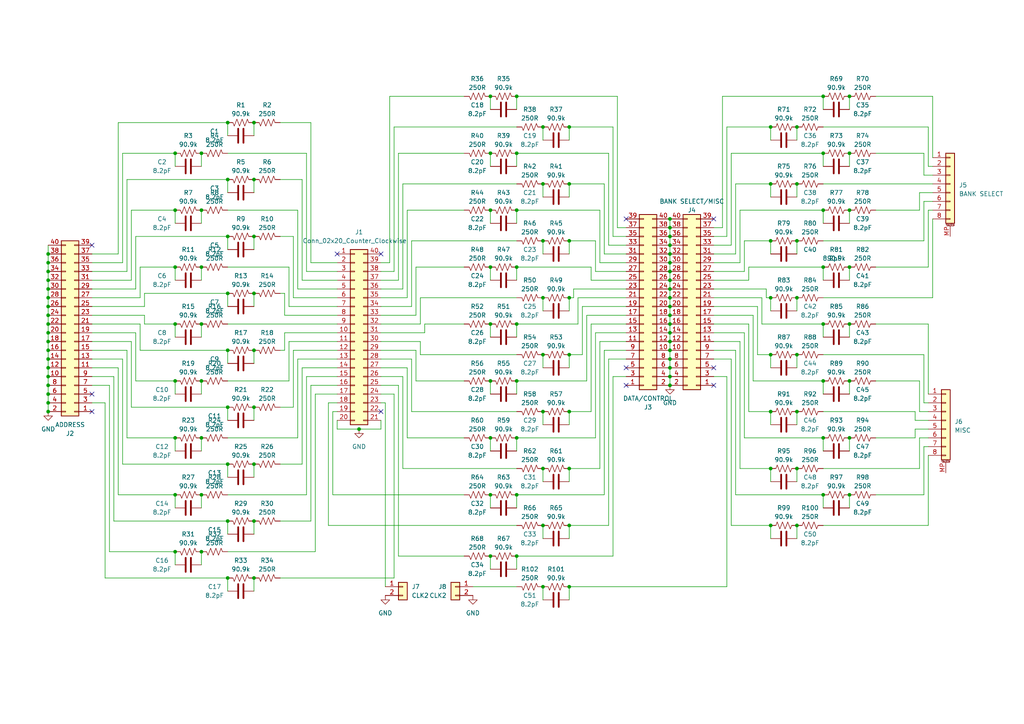
<source format=kicad_sch>
(kicad_sch (version 20230121) (generator eeschema)
  (paper "A4")
  (junction (at 231.14 152.4))
  (junction (at 194.31 104.14))
  (junction (at 66.04 151.13))
  (junction (at 66.04 118.11))
  (junction (at 73.66 85.09))
  (junction (at 231.14 135.89))
  (junction (at 13.97 73.66))
  (junction (at 73.66 167.64))
  (junction (at 50.8 60.96))
  (junction (at 223.52 102.87))
  (junction (at 157.48 102.87))
  (junction (at 194.31 99.06))
  (junction (at 165.1 135.89))
  (junction (at 165.1 86.36))
  (junction (at 157.48 36.83))
  (junction (at 194.31 73.66))
  (junction (at 73.66 134.62))
  (junction (at 194.31 83.82))
  (junction (at 165.1 69.85))
  (junction (at 50.8 160.02))
  (junction (at 149.86 110.49))
  (junction (at 194.31 86.36))
  (junction (at 149.86 44.45))
  (junction (at 194.31 81.28))
  (junction (at 194.31 91.44))
  (junction (at 223.52 36.83))
  (junction (at 157.48 53.34))
  (junction (at 194.31 71.12))
  (junction (at 157.48 135.89))
  (junction (at 13.97 101.6))
  (junction (at 50.8 44.45))
  (junction (at 194.31 78.74))
  (junction (at 223.52 53.34))
  (junction (at 13.97 109.22))
  (junction (at 142.24 161.29))
  (junction (at 223.52 86.36))
  (junction (at 238.76 110.49))
  (junction (at 165.1 170.18))
  (junction (at 238.76 143.51))
  (junction (at 157.48 152.4))
  (junction (at 246.38 93.98))
  (junction (at 223.52 69.85))
  (junction (at 231.14 36.83))
  (junction (at 238.76 27.94))
  (junction (at 231.14 86.36))
  (junction (at 246.38 27.94))
  (junction (at 194.31 66.04))
  (junction (at 223.52 119.38))
  (junction (at 142.24 44.45))
  (junction (at 73.66 101.6))
  (junction (at 50.8 143.51))
  (junction (at 149.86 60.96))
  (junction (at 13.97 93.98))
  (junction (at 246.38 143.51))
  (junction (at 157.48 170.18))
  (junction (at 66.04 167.64))
  (junction (at 194.31 96.52))
  (junction (at 73.66 151.13))
  (junction (at 149.86 93.98))
  (junction (at 13.97 88.9))
  (junction (at 50.8 93.98))
  (junction (at 149.86 161.29))
  (junction (at 58.42 110.49))
  (junction (at 58.42 44.45))
  (junction (at 73.66 52.07))
  (junction (at 223.52 152.4))
  (junction (at 142.24 60.96))
  (junction (at 165.1 36.83))
  (junction (at 13.97 116.84))
  (junction (at 13.97 78.74))
  (junction (at 165.1 152.4))
  (junction (at 246.38 110.49))
  (junction (at 142.24 110.49))
  (junction (at 50.8 77.47))
  (junction (at 142.24 93.98))
  (junction (at 194.31 93.98))
  (junction (at 194.31 76.2))
  (junction (at 13.97 76.2))
  (junction (at 149.86 127))
  (junction (at 104.14 124.46))
  (junction (at 194.31 88.9))
  (junction (at 13.97 81.28))
  (junction (at 66.04 52.07))
  (junction (at 50.8 127))
  (junction (at 157.48 119.38))
  (junction (at 223.52 135.89))
  (junction (at 231.14 102.87))
  (junction (at 58.42 143.51))
  (junction (at 246.38 127))
  (junction (at 231.14 119.38))
  (junction (at 238.76 60.96))
  (junction (at 142.24 27.94))
  (junction (at 165.1 53.34))
  (junction (at 142.24 143.51))
  (junction (at 194.31 68.58))
  (junction (at 246.38 77.47))
  (junction (at 238.76 127))
  (junction (at 50.8 110.49))
  (junction (at 194.31 63.5))
  (junction (at 149.86 27.94))
  (junction (at 165.1 119.38))
  (junction (at 66.04 85.09))
  (junction (at 194.31 101.6))
  (junction (at 58.42 160.02))
  (junction (at 58.42 60.96))
  (junction (at 13.97 104.14))
  (junction (at 58.42 127))
  (junction (at 157.48 86.36))
  (junction (at 66.04 134.62))
  (junction (at 231.14 53.34))
  (junction (at 13.97 99.06))
  (junction (at 13.97 83.82))
  (junction (at 238.76 93.98))
  (junction (at 142.24 77.47))
  (junction (at 66.04 101.6))
  (junction (at 13.97 111.76))
  (junction (at 246.38 44.45))
  (junction (at 165.1 102.87))
  (junction (at 231.14 69.85))
  (junction (at 157.48 69.85))
  (junction (at 66.04 68.58))
  (junction (at 149.86 77.47))
  (junction (at 73.66 35.56))
  (junction (at 13.97 96.52))
  (junction (at 73.66 118.11))
  (junction (at 66.04 35.56))
  (junction (at 13.97 91.44))
  (junction (at 194.31 106.68))
  (junction (at 142.24 127))
  (junction (at 194.31 109.22))
  (junction (at 194.31 111.76))
  (junction (at 238.76 77.47))
  (junction (at 13.97 86.36))
  (junction (at 246.38 60.96))
  (junction (at 13.97 106.68))
  (junction (at 58.42 77.47))
  (junction (at 73.66 68.58))
  (junction (at 13.97 114.3))
  (junction (at 238.76 44.45))
  (junction (at 58.42 93.98))
  (junction (at 149.86 143.51))
  (junction (at 13.97 119.38))
  (no_connect (at 97.79 73.66))
  (no_connect (at 26.67 119.38))
  (no_connect (at 26.67 114.3))
  (no_connect (at 207.01 106.68))
  (no_connect (at 110.49 73.66))
  (no_connect (at 181.61 106.68))
  (no_connect (at 181.61 63.5))
  (no_connect (at 207.01 63.5))
  (no_connect (at 181.61 111.76))
  (no_connect (at 110.49 119.38))
  (no_connect (at 207.01 111.76))
  (no_connect (at 26.67 71.12))
  (wire (pts (xy 246.38 44.45) (xy 246.38 48.26)))
  (wire (pts (xy 210.82 68.58) (xy 210.82 36.83)))
  (wire (pts (xy 166.37 83.82) (xy 166.37 86.36)))
  (wire (pts (xy 38.1 60.96) (xy 50.8 60.96)))
  (wire (pts (xy 30.48 167.64) (xy 66.04 167.64)))
  (wire (pts (xy 194.31 76.2) (xy 194.31 78.74)))
  (wire (pts (xy 269.24 124.46) (xy 265.43 124.46)))
  (wire (pts (xy 123.19 96.52) (xy 110.49 96.52)))
  (wire (pts (xy 269.24 127) (xy 266.7 127)))
  (wire (pts (xy 246.38 27.94) (xy 246.38 31.75)))
  (wire (pts (xy 194.31 91.44) (xy 194.31 93.98)))
  (wire (pts (xy 26.67 101.6) (xy 36.83 101.6)))
  (wire (pts (xy 83.82 77.47) (xy 83.82 88.9)))
  (wire (pts (xy 207.01 83.82) (xy 222.25 83.82)))
  (wire (pts (xy 212.09 104.14) (xy 212.09 152.4)))
  (wire (pts (xy 114.3 167.64) (xy 114.3 114.3)))
  (wire (pts (xy 170.18 91.44) (xy 170.18 110.49)))
  (wire (pts (xy 114.3 114.3) (xy 110.49 114.3)))
  (wire (pts (xy 13.97 116.84) (xy 13.97 119.38)))
  (wire (pts (xy 238.76 53.34) (xy 270.51 53.34)))
  (wire (pts (xy 50.8 143.51) (xy 50.8 147.32)))
  (wire (pts (xy 165.1 119.38) (xy 165.1 123.19)))
  (wire (pts (xy 266.7 110.49) (xy 254 110.49)))
  (wire (pts (xy 149.86 86.36) (xy 121.92 86.36)))
  (wire (pts (xy 33.02 109.22) (xy 33.02 151.13)))
  (wire (pts (xy 66.04 68.58) (xy 66.04 72.39)))
  (wire (pts (xy 81.28 68.58) (xy 85.09 68.58)))
  (wire (pts (xy 91.44 114.3) (xy 97.79 114.3)))
  (wire (pts (xy 97.79 121.92) (xy 97.79 124.46)))
  (wire (pts (xy 39.37 83.82) (xy 39.37 68.58)))
  (wire (pts (xy 194.31 86.36) (xy 194.31 88.9)))
  (wire (pts (xy 231.14 152.4) (xy 231.14 156.21)))
  (wire (pts (xy 149.86 36.83) (xy 114.3 36.83)))
  (wire (pts (xy 175.26 73.66) (xy 175.26 53.34)))
  (wire (pts (xy 26.67 109.22) (xy 33.02 109.22)))
  (wire (pts (xy 254 77.47) (xy 269.24 77.47)))
  (wire (pts (xy 267.97 129.54) (xy 267.97 143.51)))
  (wire (pts (xy 40.64 101.6) (xy 66.04 101.6)))
  (wire (pts (xy 181.61 78.74) (xy 172.72 78.74)))
  (wire (pts (xy 13.97 111.76) (xy 13.97 114.3)))
  (wire (pts (xy 223.52 53.34) (xy 223.52 57.15)))
  (wire (pts (xy 231.14 119.38) (xy 231.14 123.19)))
  (wire (pts (xy 270.51 63.5) (xy 270.51 86.36)))
  (wire (pts (xy 166.37 86.36) (xy 165.1 86.36)))
  (wire (pts (xy 119.38 88.9) (xy 110.49 88.9)))
  (wire (pts (xy 82.55 85.09) (xy 82.55 91.44)))
  (wire (pts (xy 39.37 110.49) (xy 50.8 110.49)))
  (wire (pts (xy 26.67 78.74) (xy 36.83 78.74)))
  (wire (pts (xy 269.24 48.26) (xy 270.51 48.26)))
  (wire (pts (xy 142.24 127) (xy 142.24 130.81)))
  (wire (pts (xy 85.09 118.11) (xy 85.09 101.6)))
  (wire (pts (xy 220.98 86.36) (xy 220.98 93.98)))
  (wire (pts (xy 66.04 85.09) (xy 66.04 88.9)))
  (wire (pts (xy 82.55 101.6) (xy 82.55 96.52)))
  (wire (pts (xy 181.61 66.04) (xy 179.07 66.04)))
  (wire (pts (xy 73.66 167.64) (xy 73.66 171.45)))
  (wire (pts (xy 176.53 44.45) (xy 149.86 44.45)))
  (wire (pts (xy 26.67 99.06) (xy 38.1 99.06)))
  (wire (pts (xy 167.64 93.98) (xy 149.86 93.98)))
  (wire (pts (xy 207.01 101.6) (xy 213.36 101.6)))
  (wire (pts (xy 104.14 124.46) (xy 110.49 124.46)))
  (wire (pts (xy 26.67 83.82) (xy 39.37 83.82)))
  (wire (pts (xy 213.36 143.51) (xy 238.76 143.51)))
  (wire (pts (xy 210.82 170.18) (xy 165.1 170.18)))
  (wire (pts (xy 81.28 101.6) (xy 82.55 101.6)))
  (wire (pts (xy 165.1 53.34) (xy 165.1 57.15)))
  (wire (pts (xy 246.38 93.98) (xy 246.38 97.79)))
  (wire (pts (xy 267.97 44.45) (xy 267.97 50.8)))
  (wire (pts (xy 26.67 96.52) (xy 39.37 96.52)))
  (wire (pts (xy 246.38 77.47) (xy 246.38 81.28)))
  (wire (pts (xy 88.9 143.51) (xy 88.9 109.22)))
  (wire (pts (xy 26.67 104.14) (xy 35.56 104.14)))
  (wire (pts (xy 181.61 73.66) (xy 175.26 73.66)))
  (wire (pts (xy 215.9 69.85) (xy 223.52 69.85)))
  (wire (pts (xy 207.01 81.28) (xy 217.17 81.28)))
  (wire (pts (xy 246.38 127) (xy 246.38 130.81)))
  (wire (pts (xy 31.75 111.76) (xy 31.75 160.02)))
  (wire (pts (xy 137.16 170.18) (xy 149.86 170.18)))
  (wire (pts (xy 66.04 134.62) (xy 66.04 138.43)))
  (wire (pts (xy 66.04 143.51) (xy 88.9 143.51)))
  (wire (pts (xy 85.09 101.6) (xy 97.79 101.6)))
  (wire (pts (xy 13.97 88.9) (xy 13.97 91.44)))
  (wire (pts (xy 35.56 44.45) (xy 50.8 44.45)))
  (wire (pts (xy 88.9 78.74) (xy 97.79 78.74)))
  (wire (pts (xy 222.25 86.36) (xy 223.52 86.36)))
  (wire (pts (xy 85.09 68.58) (xy 85.09 86.36)))
  (wire (pts (xy 66.04 52.07) (xy 66.04 55.88)))
  (wire (pts (xy 81.28 85.09) (xy 82.55 85.09)))
  (wire (pts (xy 30.48 116.84) (xy 30.48 167.64)))
  (wire (pts (xy 116.84 109.22) (xy 110.49 109.22)))
  (wire (pts (xy 50.8 44.45) (xy 50.8 48.26)))
  (wire (pts (xy 231.14 102.87) (xy 231.14 106.68)))
  (wire (pts (xy 207.01 68.58) (xy 210.82 68.58)))
  (wire (pts (xy 231.14 86.36) (xy 231.14 90.17)))
  (wire (pts (xy 181.61 88.9) (xy 168.91 88.9)))
  (wire (pts (xy 157.48 135.89) (xy 157.48 139.7)))
  (wire (pts (xy 40.64 93.98) (xy 40.64 101.6)))
  (wire (pts (xy 179.07 27.94) (xy 149.86 27.94)))
  (wire (pts (xy 165.1 86.36) (xy 165.1 90.17)))
  (wire (pts (xy 73.66 151.13) (xy 73.66 154.94)))
  (wire (pts (xy 207.01 71.12) (xy 212.09 71.12)))
  (wire (pts (xy 66.04 167.64) (xy 66.04 171.45)))
  (wire (pts (xy 231.14 53.34) (xy 231.14 57.15)))
  (wire (pts (xy 58.42 110.49) (xy 58.42 114.3)))
  (wire (pts (xy 149.86 53.34) (xy 116.84 53.34)))
  (wire (pts (xy 121.92 86.36) (xy 121.92 93.98)))
  (wire (pts (xy 134.62 77.47) (xy 120.65 77.47)))
  (wire (pts (xy 207.01 104.14) (xy 212.09 104.14)))
  (wire (pts (xy 26.67 93.98) (xy 40.64 93.98)))
  (wire (pts (xy 217.17 77.47) (xy 238.76 77.47)))
  (wire (pts (xy 90.17 151.13) (xy 90.17 111.76)))
  (wire (pts (xy 36.83 52.07) (xy 66.04 52.07)))
  (wire (pts (xy 181.61 71.12) (xy 176.53 71.12)))
  (wire (pts (xy 90.17 111.76) (xy 97.79 111.76)))
  (wire (pts (xy 111.76 116.84) (xy 111.76 170.18)))
  (wire (pts (xy 41.91 91.44) (xy 41.91 93.98)))
  (wire (pts (xy 181.61 91.44) (xy 170.18 91.44)))
  (wire (pts (xy 173.99 76.2) (xy 173.99 60.96)))
  (wire (pts (xy 97.79 119.38) (xy 96.52 119.38)))
  (wire (pts (xy 207.01 76.2) (xy 214.63 76.2)))
  (wire (pts (xy 142.24 93.98) (xy 142.24 97.79)))
  (wire (pts (xy 207.01 78.74) (xy 215.9 78.74)))
  (wire (pts (xy 194.31 96.52) (xy 194.31 99.06)))
  (wire (pts (xy 179.07 66.04) (xy 179.07 27.94)))
  (wire (pts (xy 157.48 119.38) (xy 157.48 123.19)))
  (wire (pts (xy 172.72 96.52) (xy 172.72 127)))
  (wire (pts (xy 177.8 109.22) (xy 177.8 161.29)))
  (wire (pts (xy 13.97 76.2) (xy 13.97 78.74)))
  (wire (pts (xy 97.79 116.84) (xy 95.25 116.84)))
  (wire (pts (xy 110.49 124.46) (xy 110.49 121.92)))
  (wire (pts (xy 194.31 104.14) (xy 194.31 106.68)))
  (wire (pts (xy 219.71 102.87) (xy 223.52 102.87)))
  (wire (pts (xy 254 60.96) (xy 266.7 60.96)))
  (wire (pts (xy 134.62 44.45) (xy 115.57 44.45)))
  (wire (pts (xy 40.64 86.36) (xy 40.64 77.47)))
  (wire (pts (xy 176.53 104.14) (xy 176.53 152.4)))
  (wire (pts (xy 149.86 44.45) (xy 149.86 48.26)))
  (wire (pts (xy 87.63 106.68) (xy 97.79 106.68)))
  (wire (pts (xy 134.62 93.98) (xy 123.19 93.98)))
  (wire (pts (xy 209.55 27.94) (xy 238.76 27.94)))
  (wire (pts (xy 149.86 69.85) (xy 119.38 69.85)))
  (wire (pts (xy 194.31 68.58) (xy 194.31 71.12)))
  (wire (pts (xy 254 93.98) (xy 269.24 93.98)))
  (wire (pts (xy 149.86 77.47) (xy 149.86 81.28)))
  (wire (pts (xy 267.97 50.8) (xy 270.51 50.8)))
  (wire (pts (xy 13.97 78.74) (xy 13.97 81.28)))
  (wire (pts (xy 246.38 143.51) (xy 246.38 147.32)))
  (wire (pts (xy 269.24 36.83) (xy 269.24 48.26)))
  (wire (pts (xy 115.57 161.29) (xy 115.57 111.76)))
  (wire (pts (xy 83.82 88.9) (xy 97.79 88.9)))
  (wire (pts (xy 231.14 36.83) (xy 231.14 40.64)))
  (wire (pts (xy 223.52 119.38) (xy 223.52 123.19)))
  (wire (pts (xy 120.65 77.47) (xy 120.65 91.44)))
  (wire (pts (xy 157.48 69.85) (xy 157.48 73.66)))
  (wire (pts (xy 13.97 73.66) (xy 13.97 76.2)))
  (wire (pts (xy 194.31 83.82) (xy 194.31 86.36)))
  (wire (pts (xy 157.48 36.83) (xy 157.48 40.64)))
  (wire (pts (xy 217.17 93.98) (xy 217.17 119.38)))
  (wire (pts (xy 13.97 83.82) (xy 13.97 86.36)))
  (wire (pts (xy 181.61 76.2) (xy 173.99 76.2)))
  (wire (pts (xy 13.97 106.68) (xy 13.97 109.22)))
  (wire (pts (xy 50.8 160.02) (xy 50.8 163.83)))
  (wire (pts (xy 134.62 127) (xy 118.11 127)))
  (wire (pts (xy 173.99 60.96) (xy 149.86 60.96)))
  (wire (pts (xy 113.03 27.94) (xy 113.03 76.2)))
  (wire (pts (xy 35.56 104.14) (xy 35.56 134.62)))
  (wire (pts (xy 217.17 119.38) (xy 223.52 119.38)))
  (wire (pts (xy 81.28 167.64) (xy 114.3 167.64)))
  (wire (pts (xy 13.97 86.36) (xy 13.97 88.9)))
  (wire (pts (xy 115.57 81.28) (xy 110.49 81.28)))
  (wire (pts (xy 177.8 68.58) (xy 177.8 36.83)))
  (wire (pts (xy 13.97 71.12) (xy 13.97 73.66)))
  (wire (pts (xy 238.76 77.47) (xy 238.76 81.28)))
  (wire (pts (xy 181.61 104.14) (xy 176.53 104.14)))
  (wire (pts (xy 118.11 60.96) (xy 118.11 86.36)))
  (wire (pts (xy 266.7 119.38) (xy 266.7 110.49)))
  (wire (pts (xy 181.61 99.06) (xy 173.99 99.06)))
  (wire (pts (xy 96.52 143.51) (xy 134.62 143.51)))
  (wire (pts (xy 223.52 86.36) (xy 223.52 90.17)))
  (wire (pts (xy 35.56 76.2) (xy 35.56 44.45)))
  (wire (pts (xy 66.04 77.47) (xy 83.82 77.47)))
  (wire (pts (xy 149.86 93.98) (xy 149.86 97.79)))
  (wire (pts (xy 81.28 35.56) (xy 90.17 35.56)))
  (wire (pts (xy 142.24 110.49) (xy 142.24 114.3)))
  (wire (pts (xy 13.97 93.98) (xy 13.97 96.52)))
  (wire (pts (xy 36.83 78.74) (xy 36.83 52.07)))
  (wire (pts (xy 33.02 151.13) (xy 66.04 151.13)))
  (wire (pts (xy 269.24 116.84) (xy 267.97 116.84)))
  (wire (pts (xy 231.14 69.85) (xy 231.14 73.66)))
  (wire (pts (xy 120.65 110.49) (xy 134.62 110.49)))
  (wire (pts (xy 142.24 60.96) (xy 142.24 64.77)))
  (wire (pts (xy 207.01 73.66) (xy 213.36 73.66)))
  (wire (pts (xy 34.29 35.56) (xy 66.04 35.56)))
  (wire (pts (xy 26.67 81.28) (xy 38.1 81.28)))
  (wire (pts (xy 115.57 44.45) (xy 115.57 81.28)))
  (wire (pts (xy 120.65 110.49) (xy 120.65 101.6)))
  (wire (pts (xy 207.01 88.9) (xy 219.71 88.9)))
  (wire (pts (xy 171.45 93.98) (xy 171.45 119.38)))
  (wire (pts (xy 115.57 111.76) (xy 110.49 111.76)))
  (wire (pts (xy 86.36 60.96) (xy 86.36 83.82)))
  (wire (pts (xy 171.45 81.28) (xy 171.45 77.47)))
  (wire (pts (xy 66.04 93.98) (xy 97.79 93.98)))
  (wire (pts (xy 223.52 135.89) (xy 214.63 135.89)))
  (wire (pts (xy 238.76 60.96) (xy 238.76 64.77)))
  (wire (pts (xy 168.91 88.9) (xy 168.91 102.87)))
  (wire (pts (xy 134.62 27.94) (xy 113.03 27.94)))
  (wire (pts (xy 165.1 102.87) (xy 165.1 106.68)))
  (wire (pts (xy 88.9 109.22) (xy 97.79 109.22)))
  (wire (pts (xy 194.31 109.22) (xy 194.31 111.76)))
  (wire (pts (xy 238.76 93.98) (xy 238.76 97.79)))
  (wire (pts (xy 213.36 73.66) (xy 213.36 53.34)))
  (wire (pts (xy 39.37 96.52) (xy 39.37 110.49)))
  (wire (pts (xy 118.11 127) (xy 118.11 106.68)))
  (wire (pts (xy 82.55 96.52) (xy 97.79 96.52)))
  (wire (pts (xy 142.24 143.51) (xy 142.24 147.32)))
  (wire (pts (xy 238.76 86.36) (xy 270.51 86.36)))
  (wire (pts (xy 267.97 116.84) (xy 267.97 102.87)))
  (wire (pts (xy 66.04 118.11) (xy 66.04 121.92)))
  (wire (pts (xy 267.97 143.51) (xy 254 143.51)))
  (wire (pts (xy 90.17 76.2) (xy 97.79 76.2)))
  (wire (pts (xy 218.44 110.49) (xy 238.76 110.49)))
  (wire (pts (xy 13.97 114.3) (xy 13.97 116.84)))
  (wire (pts (xy 86.36 127) (xy 86.36 104.14)))
  (wire (pts (xy 13.97 91.44) (xy 13.97 93.98)))
  (wire (pts (xy 194.31 71.12) (xy 194.31 73.66)))
  (wire (pts (xy 118.11 86.36) (xy 110.49 86.36)))
  (wire (pts (xy 119.38 119.38) (xy 119.38 104.14)))
  (wire (pts (xy 149.86 143.51) (xy 149.86 147.32)))
  (wire (pts (xy 238.76 69.85) (xy 267.97 69.85)))
  (wire (pts (xy 73.66 85.09) (xy 73.66 88.9)))
  (wire (pts (xy 66.04 110.49) (xy 83.82 110.49)))
  (wire (pts (xy 194.31 63.5) (xy 194.31 66.04)))
  (wire (pts (xy 212.09 152.4) (xy 223.52 152.4)))
  (wire (pts (xy 194.31 101.6) (xy 194.31 104.14)))
  (wire (pts (xy 58.42 44.45) (xy 58.42 48.26)))
  (wire (pts (xy 40.64 77.47) (xy 50.8 77.47)))
  (wire (pts (xy 181.61 109.22) (xy 177.8 109.22)))
  (wire (pts (xy 120.65 91.44) (xy 110.49 91.44)))
  (wire (pts (xy 134.62 161.29) (xy 115.57 161.29)))
  (wire (pts (xy 119.38 69.85) (xy 119.38 88.9)))
  (wire (pts (xy 113.03 76.2) (xy 110.49 76.2)))
  (wire (pts (xy 207.01 96.52) (xy 215.9 96.52)))
  (wire (pts (xy 34.29 143.51) (xy 50.8 143.51)))
  (wire (pts (xy 269.24 132.08) (xy 269.24 152.4)))
  (wire (pts (xy 207.01 99.06) (xy 214.63 99.06)))
  (wire (pts (xy 26.67 91.44) (xy 41.91 91.44)))
  (wire (pts (xy 66.04 127) (xy 86.36 127)))
  (wire (pts (xy 26.67 88.9) (xy 41.91 88.9)))
  (wire (pts (xy 165.1 36.83) (xy 165.1 40.64)))
  (wire (pts (xy 149.86 135.89) (xy 116.84 135.89)))
  (wire (pts (xy 173.99 99.06) (xy 173.99 135.89)))
  (wire (pts (xy 207.01 93.98) (xy 217.17 93.98)))
  (wire (pts (xy 36.83 101.6) (xy 36.83 127)))
  (wire (pts (xy 73.66 52.07) (xy 73.66 55.88)))
  (wire (pts (xy 38.1 81.28) (xy 38.1 60.96)))
  (wire (pts (xy 35.56 134.62) (xy 66.04 134.62)))
  (wire (pts (xy 165.1 135.89) (xy 165.1 139.7)))
  (wire (pts (xy 194.31 66.04) (xy 194.31 68.58)))
  (wire (pts (xy 246.38 60.96) (xy 246.38 64.77)))
  (wire (pts (xy 215.9 78.74) (xy 215.9 69.85)))
  (wire (pts (xy 81.28 134.62) (xy 87.63 134.62)))
  (wire (pts (xy 85.09 86.36) (xy 97.79 86.36)))
  (wire (pts (xy 41.91 85.09) (xy 66.04 85.09)))
  (wire (pts (xy 172.72 69.85) (xy 165.1 69.85)))
  (wire (pts (xy 266.7 55.88) (xy 270.51 55.88)))
  (wire (pts (xy 13.97 99.06) (xy 13.97 101.6)))
  (wire (pts (xy 246.38 110.49) (xy 246.38 114.3)))
  (wire (pts (xy 26.67 86.36) (xy 40.64 86.36)))
  (wire (pts (xy 50.8 110.49) (xy 50.8 114.3)))
  (wire (pts (xy 181.61 86.36) (xy 167.64 86.36)))
  (wire (pts (xy 165.1 170.18) (xy 165.1 173.99)))
  (wire (pts (xy 82.55 91.44) (xy 97.79 91.44)))
  (wire (pts (xy 121.92 102.87) (xy 121.92 99.06)))
  (wire (pts (xy 265.43 121.92) (xy 265.43 119.38)))
  (wire (pts (xy 73.66 101.6) (xy 73.66 105.41)))
  (wire (pts (xy 266.7 127) (xy 266.7 135.89)))
  (wire (pts (xy 213.36 53.34) (xy 223.52 53.34)))
  (wire (pts (xy 116.84 135.89) (xy 116.84 109.22)))
  (wire (pts (xy 181.61 96.52) (xy 172.72 96.52)))
  (wire (pts (xy 212.09 71.12) (xy 212.09 44.45)))
  (wire (pts (xy 123.19 93.98) (xy 123.19 96.52)))
  (wire (pts (xy 254 44.45) (xy 267.97 44.45)))
  (wire (pts (xy 265.43 121.92) (xy 269.24 121.92)))
  (wire (pts (xy 26.67 111.76) (xy 31.75 111.76)))
  (wire (pts (xy 50.8 60.96) (xy 50.8 64.77)))
  (wire (pts (xy 238.76 110.49) (xy 238.76 114.3)))
  (wire (pts (xy 13.97 109.22) (xy 13.97 111.76)))
  (wire (pts (xy 213.36 101.6) (xy 213.36 143.51)))
  (wire (pts (xy 215.9 96.52) (xy 215.9 127)))
  (wire (pts (xy 73.66 134.62) (xy 73.66 138.43)))
  (wire (pts (xy 95.25 116.84) (xy 95.25 152.4)))
  (wire (pts (xy 214.63 99.06) (xy 214.63 135.89)))
  (wire (pts (xy 176.53 71.12) (xy 176.53 44.45)))
  (wire (pts (xy 73.66 68.58) (xy 73.66 72.39)))
  (wire (pts (xy 81.28 151.13) (xy 90.17 151.13)))
  (wire (pts (xy 267.97 69.85) (xy 267.97 58.42)))
  (wire (pts (xy 266.7 119.38) (xy 269.24 119.38)))
  (wire (pts (xy 13.97 96.52) (xy 13.97 99.06)))
  (wire (pts (xy 266.7 60.96) (xy 266.7 55.88)))
  (wire (pts (xy 265.43 124.46) (xy 265.43 127)))
  (wire (pts (xy 207.01 86.36) (xy 220.98 86.36)))
  (wire (pts (xy 220.98 93.98) (xy 238.76 93.98)))
  (wire (pts (xy 26.67 116.84) (xy 30.48 116.84)))
  (wire (pts (xy 270.51 27.94) (xy 270.51 45.72)))
  (wire (pts (xy 181.61 83.82) (xy 166.37 83.82)))
  (wire (pts (xy 110.49 116.84) (xy 111.76 116.84)))
  (wire (pts (xy 214.63 76.2) (xy 214.63 60.96)))
  (wire (pts (xy 116.84 83.82) (xy 110.49 83.82)))
  (wire (pts (xy 210.82 36.83) (xy 223.52 36.83)))
  (wire (pts (xy 41.91 93.98) (xy 50.8 93.98)))
  (wire (pts (xy 149.86 119.38) (xy 119.38 119.38)))
  (wire (pts (xy 83.82 110.49) (xy 83.82 99.06)))
  (wire (pts (xy 194.31 106.68) (xy 194.31 109.22)))
  (wire (pts (xy 39.37 68.58) (xy 66.04 68.58)))
  (wire (pts (xy 149.86 161.29) (xy 149.86 165.1)))
  (wire (pts (xy 238.76 36.83) (xy 269.24 36.83)))
  (wire (pts (xy 267.97 102.87) (xy 238.76 102.87)))
  (wire (pts (xy 26.67 73.66) (xy 34.29 73.66)))
  (wire (pts (xy 81.28 118.11) (xy 85.09 118.11)))
  (wire (pts (xy 142.24 77.47) (xy 142.24 81.28)))
  (wire (pts (xy 207.01 66.04) (xy 209.55 66.04)))
  (wire (pts (xy 121.92 93.98) (xy 110.49 93.98)))
  (wire (pts (xy 194.31 99.06) (xy 194.31 101.6)))
  (wire (pts (xy 165.1 69.85) (xy 165.1 73.66)))
  (wire (pts (xy 207.01 91.44) (xy 218.44 91.44)))
  (wire (pts (xy 116.84 53.34) (xy 116.84 83.82)))
  (wire (pts (xy 269.24 129.54) (xy 267.97 129.54)))
  (wire (pts (xy 157.48 53.34) (xy 157.48 57.15)))
  (wire (pts (xy 88.9 44.45) (xy 88.9 78.74)))
  (wire (pts (xy 175.26 101.6) (xy 175.26 143.51)))
  (wire (pts (xy 171.45 77.47) (xy 149.86 77.47)))
  (wire (pts (xy 149.86 27.94) (xy 149.86 31.75)))
  (wire (pts (xy 194.31 93.98) (xy 194.31 96.52)))
  (wire (pts (xy 223.52 135.89) (xy 223.52 139.7)))
  (wire (pts (xy 269.24 152.4) (xy 238.76 152.4)))
  (wire (pts (xy 50.8 127) (xy 50.8 130.81)))
  (wire (pts (xy 38.1 99.06) (xy 38.1 118.11)))
  (wire (pts (xy 87.63 52.07) (xy 87.63 81.28)))
  (wire (pts (xy 50.8 77.47) (xy 50.8 81.28)))
  (wire (pts (xy 217.17 81.28) (xy 217.17 77.47)))
  (wire (pts (xy 73.66 35.56) (xy 73.66 39.37)))
  (wire (pts (xy 165.1 152.4) (xy 165.1 156.21)))
  (wire (pts (xy 181.61 81.28) (xy 171.45 81.28)))
  (wire (pts (xy 134.62 60.96) (xy 118.11 60.96)))
  (wire (pts (xy 157.48 86.36) (xy 157.48 90.17)))
  (wire (pts (xy 269.24 93.98) (xy 269.24 114.3)))
  (wire (pts (xy 209.55 66.04) (xy 209.55 27.94)))
  (wire (pts (xy 26.67 106.68) (xy 34.29 106.68)))
  (wire (pts (xy 194.31 78.74) (xy 194.31 81.28)))
  (wire (pts (xy 238.76 127) (xy 238.76 130.81)))
  (wire (pts (xy 165.1 135.89) (xy 173.99 135.89)))
  (wire (pts (xy 26.67 76.2) (xy 35.56 76.2)))
  (wire (pts (xy 66.04 101.6) (xy 66.04 105.41)))
  (wire (pts (xy 13.97 104.14) (xy 13.97 106.68)))
  (wire (pts (xy 177.8 161.29) (xy 149.86 161.29)))
  (wire (pts (xy 223.52 152.4) (xy 223.52 156.21)))
  (wire (pts (xy 214.63 60.96) (xy 238.76 60.96)))
  (wire (pts (xy 177.8 36.83) (xy 165.1 36.83)))
  (wire (pts (xy 238.76 27.94) (xy 238.76 31.75)))
  (wire (pts (xy 238.76 44.45) (xy 238.76 48.26)))
  (wire (pts (xy 36.83 127) (xy 50.8 127)))
  (wire (pts (xy 118.11 106.68) (xy 110.49 106.68)))
  (wire (pts (xy 219.71 88.9) (xy 219.71 102.87)))
  (wire (pts (xy 175.26 143.51) (xy 149.86 143.51)))
  (wire (pts (xy 181.61 93.98) (xy 171.45 93.98)))
  (wire (pts (xy 222.25 83.82) (xy 222.25 86.36)))
  (wire (pts (xy 168.91 102.87) (xy 165.1 102.87)))
  (wire (pts (xy 90.17 35.56) (xy 90.17 76.2)))
  (wire (pts (xy 13.97 81.28) (xy 13.97 83.82)))
  (wire (pts (xy 66.04 151.13) (xy 66.04 154.94)))
  (wire (pts (xy 58.42 77.47) (xy 58.42 81.28)))
  (wire (pts (xy 223.52 102.87) (xy 223.52 106.68)))
  (wire (pts (xy 38.1 118.11) (xy 66.04 118.11)))
  (wire (pts (xy 181.61 68.58) (xy 177.8 68.58)))
  (wire (pts (xy 81.28 52.07) (xy 87.63 52.07)))
  (wire (pts (xy 149.86 110.49) (xy 149.86 114.3)))
  (wire (pts (xy 66.04 60.96) (xy 86.36 60.96)))
  (wire (pts (xy 86.36 104.14) (xy 97.79 104.14)))
  (wire (pts (xy 58.42 60.96) (xy 58.42 64.77)))
  (wire (pts (xy 83.82 99.06) (xy 97.79 99.06)))
  (wire (pts (xy 34.29 106.68) (xy 34.29 143.51)))
  (wire (pts (xy 231.14 135.89) (xy 231.14 139.7)))
  (wire (pts (xy 58.42 93.98) (xy 58.42 97.79)))
  (wire (pts (xy 97.79 124.46) (xy 104.14 124.46)))
  (wire (pts (xy 142.24 161.29) (xy 142.24 165.1)))
  (wire (pts (xy 58.42 127) (xy 58.42 130.81)))
  (wire (pts (xy 73.66 118.11) (xy 73.66 121.92)))
  (wire (pts (xy 238.76 143.51) (xy 238.76 147.32)))
  (wire (pts (xy 149.86 102.87) (xy 121.92 102.87)))
  (wire (pts (xy 149.86 127) (xy 149.86 130.81)))
  (wire (pts (xy 58.42 143.51) (xy 58.42 147.32)))
  (wire (pts (xy 86.36 83.82) (xy 97.79 83.82)))
  (wire (pts (xy 31.75 160.02) (xy 50.8 160.02)))
  (wire (pts (xy 13.97 101.6) (xy 13.97 104.14)))
  (wire (pts (xy 194.31 81.28) (xy 194.31 83.82)))
  (wire (pts (xy 121.92 99.06) (xy 110.49 99.06)))
  (wire (pts (xy 223.52 69.85) (xy 223.52 73.66)))
  (wire (pts (xy 254 27.94) (xy 270.51 27.94)))
  (wire (pts (xy 41.91 88.9) (xy 41.91 85.09)))
  (wire (pts (xy 172.72 78.74) (xy 172.72 69.85)))
  (wire (pts (xy 171.45 119.38) (xy 165.1 119.38)))
  (wire (pts (xy 218.44 91.44) (xy 218.44 110.49)))
  (wire (pts (xy 265.43 119.38) (xy 238.76 119.38)))
  (wire (pts (xy 157.48 170.18) (xy 157.48 173.99)))
  (wire (pts (xy 91.44 160.02) (xy 91.44 114.3)))
  (wire (pts (xy 95.25 152.4) (xy 149.86 152.4)))
  (wire (pts (xy 207.01 109.22) (xy 210.82 109.22)))
  (wire (pts (xy 167.64 86.36) (xy 167.64 93.98)))
  (wire (pts (xy 58.42 160.02) (xy 58.42 163.83)))
  (wire (pts (xy 114.3 36.83) (xy 114.3 78.74)))
  (wire (pts (xy 266.7 135.89) (xy 238.76 135.89)))
  (wire (pts (xy 269.24 60.96) (xy 270.51 60.96)))
  (wire (pts (xy 265.43 127) (xy 254 127)))
  (wire (pts (xy 120.65 101.6) (xy 110.49 101.6)))
  (wire (pts (xy 66.04 35.56) (xy 66.04 39.37)))
  (wire (pts (xy 176.53 152.4) (xy 165.1 152.4)))
  (wire (pts (xy 114.3 78.74) (xy 110.49 78.74)))
  (wire (pts (xy 87.63 81.28) (xy 97.79 81.28)))
  (wire (pts (xy 157.48 102.87) (xy 157.48 106.68)))
  (wire (pts (xy 66.04 44.45) (xy 88.9 44.45)))
  (wire (pts (xy 142.24 27.94) (xy 142.24 31.75)))
  (wire (pts (xy 181.61 101.6) (xy 175.26 101.6)))
  (wire (pts (xy 157.48 152.4) (xy 157.48 156.21)))
  (wire (pts (xy 194.31 73.66) (xy 194.31 76.2)))
  (wire (pts (xy 170.18 110.49) (xy 149.86 110.49)))
  (wire (pts (xy 175.26 53.34) (xy 165.1 53.34)))
  (wire (pts (xy 267.97 58.42) (xy 270.51 58.42)))
  (wire (pts (xy 34.29 73.66) (xy 34.29 35.56)))
  (wire (pts (xy 212.09 44.45) (xy 238.76 44.45)))
  (wire (pts (xy 96.52 119.38) (xy 96.52 143.51)))
  (wire (pts (xy 142.24 44.45) (xy 142.24 48.26)))
  (wire (pts (xy 172.72 127) (xy 149.86 127)))
  (wire (pts (xy 210.82 109.22) (xy 210.82 170.18)))
  (wire (pts (xy 50.8 93.98) (xy 50.8 97.79)))
  (wire (pts (xy 87.63 134.62) (xy 87.63 106.68)))
  (wire (pts (xy 149.86 60.96) (xy 149.86 64.77)))
  (wire (pts (xy 194.31 88.9) (xy 194.31 91.44)))
  (wire (pts (xy 215.9 127) (xy 238.76 127)))
  (wire (pts (xy 119.38 104.14) (xy 110.49 104.14)))
  (wire (pts (xy 269.24 77.47) (xy 269.24 60.96)))
  (wire (pts (xy 223.52 36.83) (xy 223.52 40.64)))
  (wire (pts (xy 66.04 160.02) (xy 91.44 160.02)))
  (symbol (lib_id "Device:C") (at 242.57 48.26 90) (mirror x) (unit 1)
    (property "Reference" "C37" (at 250.19 46.99 90))
    (property "Value" "8.2pF" (at 250.19 49.53 90))
    (property "Footprint" "Resistor_SMD:R_0603_1608Metric" (effects hide))
  )
  (symbol (lib_id "Device:R_US") (at 153.67 170.18 270) (mirror x) (unit 1)
    (property "Reference" "R102" (at 153.67 165.1 90))
    (property "Value" "250R" (at 153.67 167.64 90))
    (property "Footprint" "Resistor_SMD:R_0603_1608Metric" (effects hide))
  )
  (symbol (lib_id "Device:C") (at 69.85 105.41 270) (unit 1)
    (property "Reference" "C9" (at 62.23 104.14 90))
    (property "Value" "8.2pF" (at 62.23 106.68 90))
    (property "Footprint" "Resistor_SMD:R_0603_1608Metric" (effects hide))
  )
  (symbol (lib_id "Device:C") (at 227.33 73.66 90) (mirror x) (unit 1)
    (property "Reference" "C40" (at 234.95 72.39 90))
    (property "Value" "8.2pF" (at 241.3 74.93 90))
    (property "Footprint" "Resistor_SMD:R_0603_1608Metric" (effects hide))
  )
  (symbol (lib_id "Device:R_US") (at 153.67 102.87 270) (mirror x) (unit 1)
    (property "Reference" "R54" (at 153.67 97.79 90))
    (property "Value" "250R" (at 153.67 100.33 90))
    (property "Footprint" "Resistor_SMD:R_0603_1608Metric" (effects hide))
  )
  (symbol (lib_id "Device:R_US") (at 153.67 152.4 270) (mirror x) (unit 1)
    (property "Reference" "R66" (at 153.67 147.32 90))
    (property "Value" "250R" (at 153.67 149.86 90))
    (property "Footprint" "Resistor_SMD:R_0603_1608Metric" (effects hide))
  )
  (symbol (lib_id "Device:R_US") (at 62.23 160.02 270) (mirror x) (unit 1)
    (property "Reference" "R32" (at 62.23 154.94 90))
    (property "Value" "250R" (at 62.23 157.48 90))
    (property "Footprint" "Resistor_SMD:R_0603_1608Metric" (effects hide))
  )
  (symbol (lib_id "Device:R_US") (at 146.05 77.47 270) (mirror x) (unit 1)
    (property "Reference" "R47" (at 146.05 72.39 90))
    (property "Value" "90.9k" (at 146.05 74.93 90))
    (property "Footprint" "Resistor_SMD:R_0603_1608Metric" (effects hide))
  )
  (symbol (lib_id "Device:R_US") (at 69.85 167.64 270) (mirror x) (unit 1)
    (property "Reference" "R33" (at 69.85 162.56 90))
    (property "Value" "90.9k" (at 69.85 165.1 90))
    (property "Footprint" "Resistor_SMD:R_0603_1608Metric" (effects hide))
  )
  (symbol (lib_id "Device:R_US") (at 153.67 119.38 270) (mirror x) (unit 1)
    (property "Reference" "R58" (at 153.67 114.3 90))
    (property "Value" "250R" (at 153.67 116.84 90))
    (property "Footprint" "Resistor_SMD:R_0603_1608Metric" (effects hide))
  )
  (symbol (lib_id "Device:C") (at 161.29 123.19 270) (unit 1)
    (property "Reference" "C29" (at 153.67 121.92 90))
    (property "Value" "8.2pF" (at 153.67 124.46 90))
    (property "Footprint" "Resistor_SMD:R_0603_1608Metric" (effects hide))
  )
  (symbol (lib_id "Device:R_US") (at 161.29 119.38 270) (mirror x) (unit 1)
    (property "Reference" "R57" (at 161.29 114.3 90))
    (property "Value" "90.9k" (at 161.29 116.84 90))
    (property "Footprint" "Resistor_SMD:R_0603_1608Metric" (effects hide))
  )
  (symbol (lib_id "Device:R_US") (at 242.57 77.47 90) (unit 1)
    (property "Reference" "R81" (at 242.57 72.39 90))
    (property "Value" "90.9k" (at 242.57 74.93 90))
    (property "Footprint" "Resistor_SMD:R_0603_1608Metric" (effects hide))
  )
  (symbol (lib_id "Connector_Generic:Conn_01x02") (at 132.08 170.18 0) (mirror y) (unit 1)
    (property "Reference" "J8" (at 129.54 170.18 0) (effects (justify left)))
    (property "Value" "CLK2" (at 129.54 172.72 0) (effects (justify left)))
    (property "Footprint" "Connector_JST:JST_SH_BM02B-SRSS-TB_1x02-1MP_P1.00mm_Vertical" (effects hide))
  )
  (symbol (lib_id "Device:C") (at 161.29 156.21 270) (unit 1)
    (property "Reference" "C33" (at 153.67 154.94 90))
    (property "Value" "8.2pF" (at 153.67 157.48 90))
    (property "Footprint" "Resistor_SMD:R_0603_1608Metric" (effects hide))
  )
  (symbol (lib_id "Connector_Generic_MountingPin:Conn_01x08_MountingPin") (at 275.59 53.34 0) (unit 1)
    (property "Reference" "J5" (at 278.13 53.6956 0) (effects (justify left)))
    (property "Value" "BANK SELECT" (at 278.13 56.2356 0) (effects (justify left)))
    (property "Footprint" "Connector_JST:JST_SH_SM08B-SRSS-TB_1x08-1MP_P1.00mm_Horizontal" (effects hide))
  )
  (symbol (lib_id "Device:R_US") (at 62.23 127 270) (mirror x) (unit 1)
    (property "Reference" "R24" (at 62.23 121.92 90))
    (property "Value" "250R" (at 62.23 124.46 90))
    (property "Footprint" "Resistor_SMD:R_0603_1608Metric" (effects hide))
  )
  (symbol (lib_id "Device:C") (at 242.57 81.28 90) (mirror x) (unit 1)
    (property "Reference" "C41" (at 250.19 80.01 90))
    (property "Value" "8.2pF" (at 250.19 82.55 90))
    (property "Footprint" "Resistor_SMD:R_0603_1608Metric" (effects hide))
  )
  (symbol (lib_id "Device:C") (at 69.85 138.43 270) (unit 1)
    (property "Reference" "C13" (at 62.23 137.16 90))
    (property "Value" "8.2pF" (at 62.23 139.7 90))
    (property "Footprint" "Resistor_SMD:R_0603_1608Metric" (effects hide))
  )
  (symbol (lib_id "power:GND") (at 13.97 119.38 0) (unit 1)
    (property "Reference" "#PWR03" (effects hide))
    (property "Value" "GND" (at 13.97 124.46 0))
  )
  (symbol (lib_id "Device:R_US") (at 69.85 101.6 270) (mirror x) (unit 1)
    (property "Reference" "R17" (at 69.85 96.52 90))
    (property "Value" "90.9k" (at 69.85 99.06 90))
    (property "Footprint" "Resistor_SMD:R_0603_1608Metric" (effects hide))
  )
  (symbol (lib_id "Device:C") (at 161.29 106.68 270) (unit 1)
    (property "Reference" "C27" (at 153.67 105.41 90))
    (property "Value" "8.2pF" (at 153.67 107.95 90))
    (property "Footprint" "Resistor_SMD:R_0603_1608Metric" (effects hide))
  )
  (symbol (lib_id "Device:R_US") (at 161.29 170.18 270) (mirror x) (unit 1)
    (property "Reference" "R101" (at 161.29 165.1 90))
    (property "Value" "90.9k" (at 161.29 167.64 90))
    (property "Footprint" "Resistor_SMD:R_0603_1608Metric" (effects hide))
  )
  (symbol (lib_id "Device:R_US") (at 242.57 44.45 90) (unit 1)
    (property "Reference" "R73" (at 242.57 39.37 90))
    (property "Value" "90.9k" (at 242.57 41.91 90))
    (property "Footprint" "Resistor_SMD:R_0603_1608Metric" (effects hide))
  )
  (symbol (lib_id "Device:C") (at 69.85 88.9 270) (unit 1)
    (property "Reference" "C7" (at 62.23 87.63 90))
    (property "Value" "8.2pF" (at 62.23 90.17 90))
    (property "Footprint" "Resistor_SMD:R_0603_1608Metric" (effects hide))
  )
  (symbol (lib_id "Device:R_US") (at 161.29 152.4 270) (mirror x) (unit 1)
    (property "Reference" "R65" (at 161.29 147.32 90))
    (property "Value" "90.9k" (at 161.29 149.86 90))
    (property "Footprint" "Resistor_SMD:R_0603_1608Metric" (effects hide))
  )
  (symbol (lib_id "Device:R_US") (at 250.19 110.49 90) (unit 1)
    (property "Reference" "R90" (at 250.19 105.41 90))
    (property "Value" "250R" (at 250.19 107.95 90))
    (property "Footprint" "Resistor_SMD:R_0603_1608Metric" (effects hide))
  )
  (symbol (lib_id "Device:C") (at 54.61 81.28 270) (unit 1)
    (property "Reference" "C6" (at 46.99 80.01 90))
    (property "Value" "8.2pF" (at 46.99 82.55 90))
    (property "Footprint" "Resistor_SMD:R_0603_1608Metric" (effects hide))
  )
  (symbol (lib_id "Device:R_US") (at 77.47 35.56 270) (mirror x) (unit 1)
    (property "Reference" "R2" (at 77.47 30.48 90))
    (property "Value" "250R" (at 77.47 33.02 90))
    (property "Footprint" "Resistor_SMD:R_0603_1608Metric" (effects hide))
  )
  (symbol (lib_id "Device:C") (at 146.05 81.28 270) (unit 1)
    (property "Reference" "C24" (at 138.43 80.01 90))
    (property "Value" "8.2pF" (at 138.43 82.55 90))
    (property "Footprint" "Resistor_SMD:R_0603_1608Metric" (effects hide))
  )
  (symbol (lib_id "Device:R_US") (at 146.05 27.94 270) (mirror x) (unit 1)
    (property "Reference" "R35" (at 146.05 22.86 90))
    (property "Value" "90.9k" (at 146.05 25.4 90))
    (property "Footprint" "Resistor_SMD:R_0603_1608Metric" (effects hide))
  )
  (symbol (lib_id "Device:C") (at 54.61 97.79 270) (unit 1)
    (property "Reference" "C8" (at 46.99 96.52 90))
    (property "Value" "8.2pF" (at 46.99 99.06 90))
    (property "Footprint" "Resistor_SMD:R_0603_1608Metric" (effects hide))
  )
  (symbol (lib_id "Device:R_US") (at 153.67 36.83 270) (mirror x) (unit 1)
    (property "Reference" "R38" (at 153.67 31.75 90))
    (property "Value" "250R" (at 153.67 34.29 90))
    (property "Footprint" "Resistor_SMD:R_0603_1608Metric" (effects hide))
  )
  (symbol (lib_id "Device:R_US") (at 161.29 135.89 270) (mirror x) (unit 1)
    (property "Reference" "R61" (at 161.29 130.81 90))
    (property "Value" "90.9k" (at 161.29 133.35 90))
    (property "Footprint" "Resistor_SMD:R_0603_1608Metric" (effects hide))
  )
  (symbol (lib_id "Device:C") (at 69.85 72.39 270) (unit 1)
    (property "Reference" "C5" (at 62.23 71.12 90))
    (property "Value" "8.2pF" (at 62.23 73.66 90))
    (property "Footprint" "Resistor_SMD:R_0603_1608Metric" (effects hide))
  )
  (symbol (lib_id "Device:R_US") (at 146.05 93.98 270) (mirror x) (unit 1)
    (property "Reference" "R51" (at 146.05 88.9 90))
    (property "Value" "90.9k" (at 146.05 91.44 90))
    (property "Footprint" "Resistor_SMD:R_0603_1608Metric" (effects hide))
  )
  (symbol (lib_id "Device:C") (at 227.33 57.15 90) (mirror x) (unit 1)
    (property "Reference" "C38" (at 234.95 55.88 90))
    (property "Value" "8.2pF" (at 234.95 58.42 90))
    (property "Footprint" "Resistor_SMD:R_0603_1608Metric" (effects hide))
  )
  (symbol (lib_id "Device:R_US") (at 234.95 69.85 90) (unit 1)
    (property "Reference" "R80" (at 234.95 64.77 90))
    (property "Value" "250R" (at 234.95 67.31 90))
    (property "Footprint" "Resistor_SMD:R_0603_1608Metric" (effects hide))
  )
  (symbol (lib_id "Device:R_US") (at 227.33 53.34 90) (unit 1)
    (property "Reference" "R75" (at 227.33 48.26 90))
    (property "Value" "90.9k" (at 227.33 50.8 90))
    (property "Footprint" "Resistor_SMD:R_0603_1608Metric" (effects hide))
  )
  (symbol (lib_id "Device:R_US") (at 77.47 85.09 270) (mirror x) (unit 1)
    (property "Reference" "R14" (at 77.47 80.01 90))
    (property "Value" "250R" (at 77.47 82.55 90))
    (property "Footprint" "Resistor_SMD:R_0603_1608Metric" (effects hide))
  )
  (symbol (lib_id "Connector_Generic:Conn_02x20_Odd_Even") (at 186.69 88.9 0) (mirror x) (unit 1)
    (property "Reference" "J3" (at 187.96 118.11 0))
    (property "Value" "DATA/CONTROL" (at 187.96 115.57 0))
    (property "Footprint" "Connector_PinHeader_2.54mm:PinHeader_2x20_P2.54mm_Vertical" (effects hide))
  )
  (symbol (lib_id "Device:C") (at 54.61 48.26 270) (unit 1)
    (property "Reference" "C2" (at 46.99 46.99 90))
    (property "Value" "8.2pF" (at 46.99 49.53 90))
    (property "Footprint" "Resistor_SMD:R_0603_1608Metric" (effects hide))
  )
  (symbol (lib_id "Device:C") (at 161.29 90.17 270) (unit 1)
    (property "Reference" "C25" (at 153.67 88.9 90))
    (property "Value" "8.2pF" (at 153.67 91.44 90))
    (property "Footprint" "Resistor_SMD:R_0603_1608Metric" (effects hide))
  )
  (symbol (lib_id "Device:R_US") (at 146.05 127 270) (mirror x) (unit 1)
    (property "Reference" "R59" (at 146.05 121.92 90))
    (property "Value" "90.9k" (at 146.05 124.46 90))
    (property "Footprint" "Resistor_SMD:R_0603_1608Metric" (effects hide))
  )
  (symbol (lib_id "Connector_Generic:Conn_02x20_Odd_Even") (at 21.59 96.52 180) (unit 1)
    (property "Reference" "J2" (at 20.32 125.73 0))
    (property "Value" "ADDRESS" (at 20.32 123.19 0))
    (property "Footprint" "Connector_PinHeader_2.54mm:PinHeader_2x20_P2.54mm_Vertical" (effects hide))
  )
  (symbol (lib_id "Device:C") (at 146.05 147.32 270) (unit 1)
    (property "Reference" "C32" (at 138.43 146.05 90))
    (property "Value" "8.2pF" (at 138.43 148.59 90))
    (property "Footprint" "Resistor_SMD:R_0603_1608Metric" (effects hide))
  )
  (symbol (lib_id "Device:R_US") (at 242.57 93.98 90) (unit 1)
    (property "Reference" "R85" (at 242.57 88.9 90))
    (property "Value" "90.9k" (at 242.57 91.44 90))
    (property "Footprint" "Resistor_SMD:R_0603_1608Metric" (effects hide))
  )
  (symbol (lib_id "Device:R_US") (at 54.61 143.51 270) (mirror x) (unit 1)
    (property "Reference" "R27" (at 54.61 138.43 90))
    (property "Value" "90.9k" (at 54.61 140.97 90))
    (property "Footprint" "Resistor_SMD:R_0603_1608Metric" (effects hide))
  )
  (symbol (lib_id "Device:C") (at 69.85 55.88 270) (unit 1)
    (property "Reference" "C3" (at 62.23 54.61 90))
    (property "Value" "8.2pF" (at 62.23 57.15 90))
    (property "Footprint" "Resistor_SMD:R_0603_1608Metric" (effects hide))
  )
  (symbol (lib_id "Device:R_US") (at 77.47 134.62 270) (mirror x) (unit 1)
    (property "Reference" "R26" (at 77.47 129.54 90))
    (property "Value" "250R" (at 77.47 132.08 90))
    (property "Footprint" "Resistor_SMD:R_0603_1608Metric" (effects hide))
  )
  (symbol (lib_id "Device:C") (at 54.61 147.32 270) (unit 1)
    (property "Reference" "C14" (at 46.99 146.05 90))
    (property "Value" "8.2pF" (at 46.99 148.59 90))
    (property "Footprint" "Resistor_SMD:R_0603_1608Metric" (effects hide))
  )
  (symbol (lib_id "Device:C") (at 146.05 64.77 270) (unit 1)
    (property "Reference" "C22" (at 138.43 63.5 90))
    (property "Value" "8.2pF" (at 138.43 66.04 90))
    (property "Footprint" "Resistor_SMD:R_0603_1608Metric" (effects hide))
  )
  (symbol (lib_id "power:GND") (at 137.16 172.72 0) (unit 1)
    (property "Reference" "#PWR04" (effects hide))
    (property "Value" "GND" (at 137.16 177.8 0))
  )
  (symbol (lib_id "Device:C") (at 161.29 40.64 270) (unit 1)
    (property "Reference" "C19" (at 153.67 39.37 90))
    (property "Value" "8.2pF" (at 153.67 41.91 90))
    (property "Footprint" "Resistor_SMD:R_0603_1608Metric" (effects hide))
  )
  (symbol (lib_id "Device:R_US") (at 62.23 110.49 270) (mirror x) (unit 1)
    (property "Reference" "R20" (at 62.23 105.41 90))
    (property "Value" "250R" (at 62.23 107.95 90))
    (property "Footprint" "Resistor_SMD:R_0603_1608Metric" (effects hide))
  )
  (symbol (lib_id "Connector_Generic:Conn_01x02") (at 116.84 170.18 0) (unit 1)
    (property "Reference" "J7" (at 119.38 170.18 0) (effects (justify left)))
    (property "Value" "CLK2" (at 119.38 172.72 0) (effects (justify left)))
    (property "Footprint" "Connector_JST:JST_SH_BM02B-SRSS-TB_1x02-1MP_P1.00mm_Vertical" (effects hide))
  )
  (symbol (lib_id "Device:R_US") (at 227.33 152.4 90) (unit 1)
    (property "Reference" "R99" (at 227.33 147.32 90))
    (property "Value" "90.9k" (at 227.33 149.86 90))
    (property "Footprint" "Resistor_SMD:R_0603_1608Metric" (effects hide))
  )
  (symbol (lib_id "Device:R_US") (at 234.95 102.87 90) (unit 1)
    (property "Reference" "R88" (at 234.95 97.79 90))
    (property "Value" "250R" (at 234.95 100.33 90))
    (property "Footprint" "Resistor_SMD:R_0603_1608Metric" (effects hide))
  )
  (symbol (lib_id "Device:R_US") (at 161.29 36.83 270) (mirror x) (unit 1)
    (property "Reference" "R37" (at 161.29 31.75 90))
    (property "Value" "90.9k" (at 161.29 34.29 90))
    (property "Footprint" "Resistor_SMD:R_0603_1608Metric" (effects hide))
  )
  (symbol (lib_id "Device:R_US") (at 153.67 135.89 270) (mirror x) (unit 1)
    (property "Reference" "R62" (at 153.67 130.81 90))
    (property "Value" "250R" (at 153.67 133.35 90))
    (property "Footprint" "Resistor_SMD:R_0603_1608Metric" (effects hide))
  )
  (symbol (lib_id "Device:R_US") (at 234.95 86.36 90) (unit 1)
    (property "Reference" "R84" (at 234.95 81.28 90))
    (property "Value" "250R" (at 234.95 83.82 90))
    (property "Footprint" "Resistor_SMD:R_0603_1608Metric" (effects hide))
  )
  (symbol (lib_id "Device:R_US") (at 234.95 152.4 90) (unit 1)
    (property "Reference" "R100" (at 234.95 147.32 90))
    (property "Value" "250R" (at 234.95 149.86 90))
    (property "Footprint" "Resistor_SMD:R_0603_1608Metric" (effects hide))
  )
  (symbol (lib_id "Device:R_US") (at 77.47 68.58 270) (mirror x) (unit 1)
    (property "Reference" "R10" (at 77.47 63.5 90))
    (property "Value" "250R" (at 77.47 66.04 90))
    (property "Footprint" "Resistor_SMD:R_0603_1608Metric" (effects hide))
  )
  (symbol (lib_id "Device:R_US") (at 54.61 127 270) (mirror x) (unit 1)
    (property "Reference" "R23" (at 54.61 121.92 90))
    (property "Value" "90.9k" (at 54.61 124.46 90))
    (property "Footprint" "Resistor_SMD:R_0603_1608Metric" (effects hide))
  )
  (symbol (lib_id "Device:R_US") (at 161.29 102.87 270) (mirror x) (unit 1)
    (property "Reference" "R53" (at 161.29 97.79 90))
    (property "Value" "90.9k" (at 161.29 100.33 90))
    (property "Footprint" "Resistor_SMD:R_0603_1608Metric" (effects hide))
  )
  (symbol (lib_id "Device:R_US") (at 153.67 86.36 270) (mirror x) (unit 1)
    (property "Reference" "R50" (at 153.67 81.28 90))
    (property "Value" "250R" (at 153.67 83.82 90))
    (property "Footprint" "Resistor_SMD:R_0603_1608Metric" (effects hide))
  )
  (symbol (lib_id "Device:R_US") (at 138.43 77.47 270) (mirror x) (unit 1)
    (property "Reference" "R48" (at 138.43 72.39 90))
    (property "Value" "250R" (at 138.43 74.93 90))
    (property "Footprint" "Resistor_SMD:R_0603_1608Metric" (effects hide))
  )
  (symbol (lib_id "Device:R_US") (at 62.23 93.98 270) (mirror x) (unit 1)
    (property "Reference" "R16" (at 62.23 88.9 90))
    (property "Value" "250R" (at 62.23 91.44 90))
    (property "Footprint" "Resistor_SMD:R_0603_1608Metric" (effects hide))
  )
  (symbol (lib_id "Device:C") (at 69.85 121.92 270) (unit 1)
    (property "Reference" "C11" (at 62.23 120.65 90))
    (property "Value" "8.2pF" (at 62.23 123.19 90))
    (property "Footprint" "Resistor_SMD:R_0603_1608Metric" (effects hide))
  )
  (symbol (lib_id "Device:R_US") (at 250.19 44.45 90) (unit 1)
    (property "Reference" "R74" (at 250.19 39.37 90))
    (property "Value" "250R" (at 250.19 41.91 90))
    (property "Footprint" "Resistor_SMD:R_0603_1608Metric" (effects hide))
  )
  (symbol (lib_id "Device:R_US") (at 161.29 69.85 270) (mirror x) (unit 1)
    (property "Reference" "R45" (at 161.29 64.77 90))
    (property "Value" "90.9k" (at 161.29 67.31 90))
    (property "Footprint" "Resistor_SMD:R_0603_1608Metric" (effects hide))
  )
  (symbol (lib_id "Device:R_US") (at 227.33 69.85 90) (unit 1)
    (property "Reference" "R79" (at 227.33 64.77 90))
    (property "Value" "90.9k" (at 227.33 67.31 90))
    (property "Footprint" "Resistor_SMD:R_0603_1608Metric" (effects hide))
  )
  (symbol (lib_id "Device:R_US") (at 54.61 110.49 270) (mirror x) (unit 1)
    (property "Reference" "R19" (at 54.61 105.41 90))
    (property "Value" "90.9k" (at 54.61 107.95 90))
    (property "Footprint" "Resistor_SMD:R_0603_1608Metric" (effects hide))
  )
  (symbol (lib_id "Device:R_US") (at 138.43 143.51 270) (mirror x) (unit 1)
    (property "Reference" "R64" (at 138.43 138.43 90))
    (property "Value" "250R" (at 138.43 140.97 90))
    (property "Footprint" "Resistor_SMD:R_0603_1608Metric" (effects hide))
  )
  (symbol (lib_id "Device:C") (at 146.05 97.79 270) (unit 1)
    (property "Reference" "C26" (at 138.43 96.52 90))
    (property "Value" "8.2pF" (at 138.43 99.06 90))
    (property "Footprint" "Resistor_SMD:R_0603_1608Metric" (effects hide))
  )
  (symbol (lib_id "Device:R_US") (at 227.33 86.36 90) (unit 1)
    (property "Reference" "R83" (at 227.33 81.28 90))
    (property "Value" "90.9k" (at 227.33 83.82 90))
    (property "Footprint" "Resistor_SMD:R_0603_1608Metric" (effects hide))
  )
  (symbol (lib_id "Device:C") (at 146.05 31.75 270) (unit 1)
    (property "Reference" "C18" (at 138.43 30.48 90))
    (property "Value" "8.2pF" (at 138.43 33.02 90))
    (property "Footprint" "Resistor_SMD:R_0603_1608Metric" (effects hide))
  )
  (symbol (lib_id "Device:R_US") (at 242.57 143.51 90) (unit 1)
    (property "Reference" "R97" (at 242.57 138.43 90))
    (property "Value" "90.9k" (at 242.57 140.97 90))
    (property "Footprint" "Resistor_SMD:R_0603_1608Metric" (effects hide))
  )
  (symbol (lib_id "Device:R_US") (at 250.19 143.51 90) (unit 1)
    (property "Reference" "R98" (at 250.19 138.43 90))
    (property "Value" "250R" (at 250.19 140.97 90))
    (property "Footprint" "Resistor_SMD:R_0603_1608Metric" (effects hide))
  )
  (symbol (lib_id "Device:R_US") (at 146.05 60.96 270) (mirror x) (unit 1)
    (property "Reference" "R43" (at 146.05 55.88 90))
    (property "Value" "90.9k" (at 146.05 58.42 90))
    (property "Footprint" "Resistor_SMD:R_0603_1608Metric" (effects hide))
  )
  (symbol (lib_id "Device:R_US") (at 77.47 101.6 270) (mirror x) (unit 1)
    (property "Reference" "R18" (at 77.47 96.52 90))
    (property "Value" "250R" (at 77.47 99.06 90))
    (property "Footprint" "Resistor_SMD:R_0603_1608Metric" (effects hide))
  )
  (symbol (lib_id "Device:C") (at 227.33 40.64 90) (mirror x) (unit 1)
    (property "Reference" "C36" (at 234.95 39.37 90))
    (property "Value" "8.2pF" (at 234.95 41.91 90))
    (property "Footprint" "Resistor_SMD:R_0603_1608Metric" (effects hide))
  )
  (symbol (lib_id "Device:C") (at 227.33 90.17 90) (mirror x) (unit 1)
    (property "Reference" "C42" (at 234.95 88.9 90))
    (property "Value" "8.2pF" (at 234.95 91.44 90))
    (property "Footprint" "Resistor_SMD:R_0603_1608Metric" (effects hide))
  )
  (symbol (lib_id "Device:C") (at 69.85 154.94 270) (unit 1)
    (property "Reference" "C15" (at 62.23 153.67 90))
    (property "Value" "8.2pF" (at 62.23 156.21 90))
    (property "Footprint" "Resistor_SMD:R_0603_1608Metric" (effects hide))
  )
  (symbol (lib_id "power:GND") (at 194.31 111.76 0) (unit 1)
    (property "Reference" "#PWR02" (effects hide))
    (property "Value" "GND" (at 194.31 116.84 0))
  )
  (symbol (lib_id "Device:R_US") (at 138.43 60.96 270) (mirror x) (unit 1)
    (property "Reference" "R44" (at 138.43 55.88 90))
    (property "Value" "250R" (at 138.43 58.42 90))
    (property "Footprint" "Resistor_SMD:R_0603_1608Metric" (effects hide))
  )
  (symbol (lib_id "Device:R_US") (at 69.85 68.58 270) (mirror x) (unit 1)
    (property "Reference" "R9" (at 69.85 63.5 90))
    (property "Value" "90.9k" (at 69.85 66.04 90))
    (property "Footprint" "Resistor_SMD:R_0603_1608Metric" (effects hide))
  )
  (symbol (lib_id "Device:R_US") (at 54.61 60.96 270) (mirror x) (unit 1)
    (property "Reference" "R7" (at 54.61 55.88 90))
    (property "Value" "90.9k" (at 54.61 58.42 90))
    (property "Footprint" "Resistor_SMD:R_0603_1608Metric" (effects hide))
  )
  (symbol (lib_id "Device:R_US") (at 138.43 110.49 270) (mirror x) (unit 1)
    (property "Reference" "R56" (at 138.43 105.41 90))
    (property "Value" "250R" (at 138.43 107.95 90))
    (property "Footprint" "Resistor_SMD:R_0603_1608Metric" (effects hide))
  )
  (symbol (lib_id "Device:R_US") (at 62.23 44.45 270) (mirror x) (unit 1)
    (property "Reference" "R4" (at 62.23 39.37 90))
    (property "Value" "250R" (at 62.23 41.91 90))
    (property "Footprint" "Resistor_SMD:R_0603_1608Metric" (effects hide))
  )
  (symbol (lib_id "Device:R_US") (at 234.95 53.34 90) (unit 1)
    (property "Reference" "R76" (at 234.95 48.26 90))
    (property "Value" "250R" (at 234.95 50.8 90))
    (property "Footprint" "Resistor_SMD:R_0603_1608Metric" (effects hide))
  )
  (symbol (lib_id "Device:C") (at 227.33 156.21 90) (mirror x) (unit 1)
    (property "Reference" "C50" (at 234.95 154.94 90))
    (property "Value" "8.2pF" (at 234.95 157.48 90))
    (property "Footprint" "Resistor_SMD:R_0603_1608Metric" (effects hide))
  )
  (symbol (lib_id "Device:R_US") (at 234.95 119.38 90) (unit 1)
    (property "Reference" "R92" (at 234.95 114.3 90))
    (property "Value" "250R" (at 234.95 116.84 90))
    (property "Footprint" "Resistor_SMD:R_0603_1608Metric" (effects hide))
  )
  (symbol (lib_id "Device:R_US") (at 227.33 119.38 90) (unit 1)
    (property "Reference" "R91" (at 227.33 114.3 90))
    (property "Value" "90.9k" (at 227.33 116.84 90))
    (property "Footprint" "Resistor_SMD:R_0603_1608Metric" (effects hide))
  )
  (symbol (lib_id "Device:C") (at 69.85 39.37 270) (unit 1)
    (property "Reference" "C1" (at 62.23 38.1 90))
    (property "Value" "8.2pF" (at 62.23 40.64 90))
    (property "Footprint" "Resistor_SMD:R_0603_1608Metric" (effects hide))
  )
  (symbol (lib_id "Device:C") (at 242.57 130.81 90) (mirror x) (unit 1)
    (property "Reference" "C47" (at 250.19 129.54 90))
    (property "Value" "8.2pF" (at 250.19 132.08 90))
    (property "Footprint" "Resistor_SMD:R_0603_1608Metric" (effects hide))
  )
  (symbol (lib_id "Device:R_US") (at 69.85 151.13 270) (mirror x) (unit 1)
    (property "Reference" "R29" (at 69.85 146.05 90))
    (property "Value" "90.9k" (at 69.85 148.59 90))
    (property "Footprint" "Resistor_SMD:R_0603_1608Metric" (effects hide))
  )
  (symbol (lib_id "Device:R_US") (at 138.43 161.29 270) (mirror x) (unit 1)
    (property "Reference" "R68" (at 138.43 156.21 90))
    (property "Value" "250R" (at 138.43 158.75 90))
    (property "Footprint" "Resistor_SMD:R_0603_1608Metric" (effects hide))
  )
  (symbol (lib_id "Device:C") (at 54.61 130.81 270) (unit 1)
    (property "Reference" "C12" (at 46.99 129.54 90))
    (property "Value" "8.2pF" (at 46.99 132.08 90))
    (property "Footprint" "Resistor_SMD:R_0603_1608Metric" (effects hide))
  )
  (symbol (lib_id "Device:R_US") (at 54.61 93.98 270) (mirror x) (unit 1)
    (property "Reference" "R15" (at 54.61 88.9 90))
    (property "Value" "90.9k" (at 54.61 91.44 90))
    (property "Footprint" "Resistor_SMD:R_0603_1608Metric" (effects hide))
  )
  (symbol (lib_id "Device:R_US") (at 250.19 127 90) (unit 1)
    (property "Reference" "R94" (at 250.19 121.92 90))
    (property "Value" "250R" (at 250.19 124.46 90))
    (property "Footprint" "Resistor_SMD:R_0603_1608Metric" (effects hide))
  )
  (symbol (lib_id "Device:R_US") (at 227.33 135.89 90) (unit 1)
    (property "Reference" "R95" (at 227.33 130.81 90))
    (property "Value" "90.9k" (at 227.33 133.35 90))
    (property "Footprint" "Resistor_SMD:R_0603_1608Metric" (effects hide))
  )
  (symbol (lib_id "Device:C") (at 161.29 173.99 270) (unit 1)
    (property "Reference" "C51" (at 153.67 172.72 90))
    (property "Value" "8.2pF" (at 153.67 175.26 90))
    (property "Footprint" "Resistor_SMD:R_0603_1608Metric" (effects hide))
  )
  (symbol (lib_id "Device:R_US") (at 242.57 27.94 90) (unit 1)
    (property "Reference" "R69" (at 242.57 22.86 90))
    (property "Value" "90.9k" (at 242.57 25.4 90))
    (property "Footprint" "Resistor_SMD:R_0603_1608Metric" (effects hide))
  )
  (symbol (lib_id "Device:C") (at 54.61 114.3 270) (unit 1)
    (property "Reference" "C10" (at 46.99 113.03 90))
    (property "Value" "8.2pF" (at 46.99 115.57 90))
    (property "Footprint" "Resistor_SMD:R_0603_1608Metric" (effects hide))
  )
  (symbol (lib_id "Device:C") (at 242.57 147.32 90) (mirror x) (unit 1)
    (property "Reference" "C49" (at 250.19 146.05 90))
    (property "Value" "8.2pF" (at 250.19 148.59 90))
    (property "Footprint" "Resistor_SMD:R_0603_1608Metric" (effects hide))
  )
  (symbol (lib_id "Device:R_US") (at 54.61 77.47 270) (mirror x) (unit 1)
    (property "Reference" "R11" (at 54.61 72.39 90))
    (property "Value" "90.9k" (at 54.61 74.93 90))
    (property "Footprint" "Resistor_SMD:R_0603_1608Metric" (effects hide))
  )
  (symbol (lib_id "Device:R_US") (at 227.33 36.83 90) (unit 1)
    (property "Reference" "R71" (at 227.33 31.75 90))
    (property "Value" "90.9k" (at 227.33 34.29 90))
    (property "Footprint" "Resistor_SMD:R_0603_1608Metric" (effects hide))
  )
  (symbol (lib_id "Connector_Generic:Conn_02x20_Odd_Even") (at 201.93 88.9 180) (unit 1)
    (property "Reference" "J4" (at 200.66 60.96 0))
    (property "Value" "BANK SELECT/MISC" (at 200.66 58.42 0))
    (property "Footprint" "Connector_PinHeader_2.54mm:PinHeader_2x20_P2.54mm_Vertical" (effects hide))
  )
  (symbol (lib_id "Device:R_US") (at 161.29 53.34 270) (mirror x) (unit 1)
    (property "Reference" "R41" (at 161.29 48.26 90))
    (property "Value" "90.9k" (at 161.29 50.8 90))
    (property "Footprint" "Resistor_SMD:R_0603_1608Metric" (effects hide))
  )
  (symbol (lib_id "Device:R_US") (at 77.47 118.11 270) (mirror x) (unit 1)
    (property "Reference" "R22" (at 77.47 113.03 90))
    (property "Value" "250R" (at 77.47 115.57 90))
    (property "Footprint" "Resistor_SMD:R_0603_1608Metric" (effects hide))
  )
  (symbol (lib_id "Device:R_US") (at 69.85 35.56 270) (mirror x) (unit 1)
    (property "Reference" "R1" (at 69.85 30.48 90))
    (property "Value" "90.9k" (at 69.85 33.02 90))
    (property "Footprint" "Resistor_SMD:R_0603_1608Metric" (effects hide))
  )
  (symbol (lib_id "Device:R_US") (at 69.85 52.07 270) (mirror x) (unit 1)
    (property "Reference" "R5" (at 69.85 46.99 90))
    (property "Value" "90.9k" (at 69.85 49.53 90))
    (property "Footprint" "Resistor_SMD:R_0603_1608Metric" (effects hide))
  )
  (symbol (lib_id "Device:R_US") (at 62.23 143.51 270) (mirror x) (unit 1)
    (property "Reference" "R28" (at 62.23 138.43 90))
    (property "Value" "250R" (at 62.23 140.97 90))
    (property "Footprint" "Resistor_SMD:R_0603_1608Metric" (effects hide))
  )
  (symbol (lib_id "Device:R_US") (at 250.19 77.47 90) (unit 1)
    (property "Reference" "R82" (at 250.19 72.39 90))
    (property "Value" "250R" (at 250.19 74.93 90))
    (property "Footprint" "Resistor_SMD:R_0603_1608Metric" (effects hide))
  )
  (symbol (lib_id "Device:R_US") (at 69.85 118.11 270) (mirror x) (unit 1)
    (property "Reference" "R21" (at 69.85 113.03 90))
    (property "Value" "90.9k" (at 69.85 115.57 90))
    (property "Footprint" "Resistor_SMD:R_0603_1608Metric" (effects hide))
  )
  (symbol (lib_id "Device:C") (at 161.29 73.66 270) (unit 1)
    (property "Reference" "C23" (at 153.67 72.39 90))
    (property "Value" "8.2pF" (at 153.67 74.93 90))
    (property "Footprint" "Resistor_SMD:R_0603_1608Metric" (effects hide))
  )
  (symbol (lib_id "Device:R_US") (at 69.85 85.09 270) (mirror x) (unit 1)
    (property "Reference" "R13" (at 69.85 80.01 90))
    (property "Value" "90.9k" (at 69.85 82.55 90))
    (property "Footprint" "Resistor_SMD:R_0603_1608Metric" (effects hide))
  )
  (symbol (lib_id "Device:C") (at 242.57 97.79 90) (mirror x) (unit 1)
    (property "Reference" "C43" (at 250.19 96.52 90))
    (property "Value" "8.2pF" (at 250.19 99.06 90))
    (property "Footprint" "Resistor_SMD:R_0603_1608Metric" (effects hide))
  )
  (symbol (lib_id "Connector_Generic_MountingPin:Conn_01x08_MountingPin") (at 274.32 121.92 0) (unit 1)
    (property "Reference" "J6" (at 276.86 122.2756 0) (effects (justify left)))
    (property "Value" "MISC" (at 276.86 124.8156 0) (effects (justify left)))
    (property "Footprint" "Connector_JST:JST_SH_SM08B-SRSS-TB_1x08-1MP_P1.00mm_Horizontal" (effects hide))
  )
  (symbol (lib_id "Device:C") (at 242.57 64.77 90) (mirror x) (unit 1)
    (property "Reference" "C39" (at 250.19 63.5 90))
    (property "Value" "8.2pF" (at 250.19 66.04 90))
    (property "Footprint" "Resistor_SMD:R_0603_1608Metric" (effects hide))
  )
  (symbol (lib_id "Device:R_US") (at 77.47 52.07 270) (mirror x) (unit 1)
    (property "Reference" "R6" (at 77.47 46.99 90))
    (property "Value" "250R" (at 77.47 49.53 90))
    (property "Footprint" "Resistor_SMD:R_0603_1608Metric" (effects hide))
  )
  (symbol (lib_id "Device:C") (at 146.05 48.26 270) (unit 1)
    (property "Reference" "C20" (at 138.43 46.99 90))
    (property "Value" "8.2pF" (at 138.43 49.53 90))
    (property "Footprint" "Resistor_SMD:R_0603_1608Metric" (effects hide))
  )
  (symbol (lib_id "Device:R_US") (at 138.43 127 270) (mirror x) (unit 1)
    (property "Reference" "R60" (at 138.43 121.92 90))
    (property "Value" "250R" (at 138.43 124.46 90))
    (property "Footprint" "Resistor_SMD:R_0603_1608Metric" (effects hide))
  )
  (symbol (lib_id "Device:R_US") (at 250.19 27.94 90) (unit 1)
    (property "Reference" "R70" (at 250.19 22.86 90))
    (property "Value" "250R" (at 250.19 25.4 90))
    (property "Footprint" "Resistor_SMD:R_0603_1608Metric" (effects hide))
  )
  (symbol (lib_id "Device:C") (at 227.33 139.7 90) (mirror x) (unit 1)
    (property "Reference" "C48" (at 234.95 138.43 90))
    (property "Value" "8.2pF" (at 234.95 140.97 90))
    (property "Footprint" "Resistor_SMD:R_0603_1608Metric" (effects hide))
  )
  (symbol (lib_id "power:GND") (at 104.14 124.46 0) (unit 1)
    (property "Reference" "#PWR01" (effects hide))
    (property "Value" "GND" (at 104.14 129.54 0))
  )
  (symbol (lib_id "Device:R_US") (at 54.61 44.45 270) (mirror x) (unit 1)
    (property "Reference" "R3" (at 54.61 39.37 90))
    (property "Value" "90.9k" (at 54.61 41.91 90))
    (property "Footprint" "Resistor_SMD:R_0603_1608Metric" (effects hide))
  )
  (symbol (lib_id "Device:C") (at 54.61 163.83 270) (unit 1)
    (property "Reference" "C16" (at 46.99 162.56 90))
    (property "Value" "8.2pF" (at 46.99 165.1 90))
    (property "Footprint" "Resistor_SMD:R_0603_1608Metric" (effects hide))
  )
  (symbol (lib_id "Device:C") (at 54.61 64.77 270) (unit 1)
    (property "Reference" "C4" (at 46.99 63.5 90))
    (property "Value" "8.2pF" (at 46.99 66.04 90))
    (property "Footprint" "Resistor_SMD:R_0603_1608Metric" (effects hide))
  )
  (symbol (lib_id "Device:C") (at 242.57 31.75 90) (mirror x) (unit 1)
    (property "Reference" "C35" (at 250.19 30.48 90))
    (property "Value" "8.2pF" (at 250.19 33.02 90))
    (property "Footprint" "Resistor_SMD:R_0603_1608Metric" (effects hide))
  )
  (symbol (lib_id "Device:C") (at 242.57 114.3 90) (mirror x) (unit 1)
    (property "Reference" "C45" (at 250.19 113.03 90))
    (property "Value" "8.2pF" (at 250.19 115.57 90))
    (property "Footprint" "Resistor_SMD:R_0603_1608Metric" (effects hide))
  )
  (symbol (lib_id "Device:R_US") (at 77.47 167.64 270) (mirror x) (unit 1)
    (property "Reference" "R34" (at 77.47 162.56 90))
    (property "Value" "250R" (at 77.47 165.1 90))
    (property "Footprint" "Resistor_SMD:R_0603_1608Metric" (effects hide))
  )
  (symbol (lib_id "Device:R_US") (at 250.19 60.96 90) (unit 1)
    (property "Reference" "R78" (at 250.19 55.88 90))
    (property "Value" "250R" (at 250.19 58.42 90))
    (property "Footprint" "Resistor_SMD:R_0603_1608Metric" (effects hide))
  )
  (symbol (lib_id "Device:C") (at 146.05 165.1 270) (unit 1)
    (property "Reference" "C34" (at 138.43 163.83 90))
    (property "Value" "8.2pF" (at 138.43 166.37 90))
    (property "Footprint" "Resistor_SMD:R_0603_1608Metric" (effects hide))
  )
  (symbol (lib_id "Device:R_US") (at 146.05 110.49 270) (mirror x) (unit 1)
    (property "Reference" "R55" (at 146.05 105.41 90))
    (property "Value" "90.9k" (at 146.05 107.95 90))
    (property "Footprint" "Resistor_SMD:R_0603_1608Metric" (effects hide))
  )
  (symbol (lib_id "Device:R_US") (at 69.85 134.62 270) (mirror x) (unit 1)
    (property "Reference" "R25" (at 69.85 129.54 90))
    (property "Value" "90.9k" (at 69.85 132.08 90))
    (property "Footprint" "Resistor_SMD:R_0603_1608Metric" (effects hide))
  )
  (symbol (lib_id "Device:R_US") (at 138.43 44.45 270) (mirror x) (unit 1)
    (property "Reference" "R40" (at 138.43 39.37 90))
    (property "Value" "250R" (at 138.43 41.91 90))
    (property "Footprint" "Resistor_SMD:R_0603_1608Metric" (effects hide))
  )
  (symbol (lib_id "Device:R_US") (at 250.19 93.98 90) (unit 1)
    (property "Reference" "R86" (at 250.19 88.9 90))
    (property "Value" "250R" (at 250.19 91.44 90))
    (property "Footprint" "Resistor_SMD:R_0603_1608Metric" (effects hide))
  )
  (symbol (lib_id "Device:R_US") (at 234.95 135.89 90) (unit 1)
    (property "Reference" "R96" (at 234.95 130.81 90))
    (property "Value" "250R" (at 234.95 133.35 90))
    (property "Footprint" "Resistor_SMD:R_0603_1608Metric" (effects hide))
  )
  (symbol (lib_id "Device:R_US") (at 146.05 161.29 270) (mirror x) (unit 1)
    (property "Reference" "R67" (at 146.05 156.21 90))
    (property "Value" "90.9k" (at 146.05 158.75 90))
    (property "Footprint" "Resistor_SMD:R_0603_1608Metric" (effects hide))
  )
  (symbol (lib_id "Device:R_US") (at 146.05 44.45 270) (mirror x) (unit 1)
    (property "Reference" "R39" (at 146.05 39.37 90))
    (property "Value" "90.9k" (at 146.05 41.91 90))
    (property "Footprint" "Resistor_SMD:R_0603_1608Metric" (effects hide))
  )
  (symbol (lib_id "Device:R_US") (at 138.43 93.98 270) (mirror x) (unit 1)
    (property "Reference" "R52" (at 138.43 88.9 90))
    (property "Value" "250R" (at 138.43 91.44 90))
    (property "Footprint" "Resistor_SMD:R_0603_1608Metric" (effects hide))
  )
  (symbol (lib_id "Device:R_US") (at 146.05 143.51 270) (mirror x) (unit 1)
    (property "Reference" "R63" (at 146.05 138.43 90))
    (property "Value" "90.9k" (at 146.05 140.97 90))
    (property "Footprint" "Resistor_SMD:R_0603_1608Metric" (effects hide))
  )
  (symbol (lib_id "Device:R_US") (at 138.43 27.94 270) (mirror x) (unit 1)
    (property "Reference" "R36" (at 138.43 22.86 90))
    (property "Value" "250R" (at 138.43 25.4 90))
    (property "Footprint" "Resistor_SMD:R_0603_1608Metric" (effects hide))
  )
  (symbol (lib_id "Device:R_US") (at 227.33 102.87 90) (unit 1)
    (property "Reference" "R87" (at 227.33 97.79 90))
    (property "Value" "90.9k" (at 227.33 100.33 90))
    (property "Footprint" "Resistor_SMD:R_0603_1608Metric" (effects hide))
  )
  (symbol (lib_id "Device:C") (at 146.05 130.81 270) (unit 1)
    (property "Reference" "C30" (at 138.43 129.54 90))
    (property "Value" "8.2pF" (at 138.43 132.08 90))
    (property "Footprint" "Resistor_SMD:R_0603_1608Metric" (effects hide))
  )
  (symbol (lib_id "Device:R_US") (at 62.23 60.96 270) (mirror x) (unit 1)
    (property "Reference" "R8" (at 62.23 55.88 90))
    (property "Value" "250R" (at 62.23 58.42 90))
    (property "Footprint" "Resistor_SMD:R_0603_1608Metric" (effects hide))
  )
  (symbol (lib_id "Device:C") (at 227.33 123.19 90) (mirror x) (unit 1)
    (property "Reference" "C46" (at 234.95 121.92 90))
    (property "Value" "8.2pF" (at 234.95 124.46 90))
    (property "Footprint" "Resistor_SMD:R_0603_1608Metric" (effects hide))
  )
  (symbol (lib_id "Device:C") (at 227.33 106.68 90) (mirror x) (unit 1)
    (property "Reference" "C44" (at 234.95 105.41 90))
    (property "Value" "8.2pF" (at 234.95 107.95 90))
    (property "Footprint" "Resistor_SMD:R_0603_1608Metric" (effects hide))
  )
  (symbol (lib_id "Device:R_US") (at 77.47 151.13 270) (mirror x) (unit 1)
    (property "Reference" "R30" (at 77.47 146.05 90))
    (property "Value" "250R" (at 77.47 148.59 90))
    (property "Footprint" "Resistor_SMD:R_0603_1608Metric" (effects hide))
  )
  (symbol (lib_id "Device:R_US") (at 242.57 127 90) (unit 1)
    (property "Reference" "R93" (at 242.57 121.92 90))
    (property "Value" "90.9k" (at 242.57 124.46 90))
    (property "Footprint" "Resistor_SMD:R_0603_1608Metric" (effects hide))
  )
  (symbol (lib_id "Device:C") (at 146.05 114.3 270) (unit 1)
    (property "Reference" "C28" (at 138.43 113.03 90))
    (property "Value" "8.2pF" (at 138.43 115.57 90))
    (property "Footprint" "Resistor_SMD:R_0603_1608Metric" (effects hide))
  )
  (symbol (lib_id "power:GND") (at 111.76 172.72 0) (unit 1)
    (property "Reference" "#PWR05" (effects hide))
    (property "Value" "GND" (at 111.76 177.8 0))
  )
  (symbol (lib_id "Device:R_US") (at 242.57 60.96 90) (unit 1)
    (property "Reference" "R77" (at 242.57 55.88 90))
    (property "Value" "90.9k" (at 242.57 58.42 90))
    (property "Footprint" "Resistor_SMD:R_0603_1608Metric" (effects hide))
  )
  (symbol (lib_id "Device:R_US") (at 234.95 36.83 90) (unit 1)
    (property "Reference" "R72" (at 234.95 31.75 90))
    (property "Value" "250R" (at 234.95 34.29 90))
    (property "Footprint" "Resistor_SMD:R_0603_1608Metric" (effects hide))
  )
  (symbol (lib_id "Device:R_US") (at 161.29 86.36 270) (mirror x) (unit 1)
    (property "Reference" "R49" (at 161.29 81.28 90))
    (property "Value" "90.9k" (at 161.29 83.82 90))
    (property "Footprint" "Resistor_SMD:R_0603_1608Metric" (effects hide))
  )
  (symbol (lib_id "Device:R_US") (at 242.57 110.49 90) (unit 1)
    (property "Reference" "R89" (at 242.57 105.41 90))
    (property "Value" "90.9k" (at 242.57 107.95 90))
    (property "Footprint" "Resistor_SMD:R_0603_1608Metric" (effects hide))
  )
  (symbol (lib_id "Device:R_US") (at 62.23 77.47 270) (mirror x) (unit 1)
    (property "Reference" "R12" (at 62.23 72.39 90))
    (property "Value" "250R" (at 62.23 74.93 90))
    (property "Footprint" "Resistor_SMD:R_0603_1608Metric" (effects hide))
  )
  (symbol (lib_id "Device:C") (at 69.85 171.45 270) (unit 1)
    (property "Reference" "C17" (at 62.23 170.18 90))
    (property "Value" "8.2pF" (at 62.23 172.72 90))
    (property "Footprint" "Resistor_SMD:R_0603_1608Metric" (effects hide))
  )
  (symbol (lib_id "Device:R_US") (at 153.67 69.85 270) (mirror x) (unit 1)
    (property "Reference" "R46" (at 153.67 64.77 90))
    (property "Value" "250R" (at 153.67 67.31 90))
    (property "Footprint" "Resistor_SMD:R_0603_1608Metric" (effects hide))
  )
  (symbol (lib_id "Device:R_US") (at 153.67 53.34 270) (mirror x) (unit 1)
    (property "Reference" "R42" (at 153.67 48.26 90))
    (property "Value" "250R" (at 153.67 50.8 90))
    (property "Footprint" "Resistor_SMD:R_0603_1608Metric" (effects hide))
  )
  (symbol (lib_id "Device:C") (at 161.29 139.7 270) (unit 1)
    (property "Reference" "C31" (at 153.67 138.43 90))
    (property "Value" "8.2pF" (at 153.67 140.97 90))
    (property "Footprint" "Resistor_SMD:R_0603_1608Metric" (effects hide))
  )
  (symbol (lib_id "Connector_Generic:Conn_02x20_Counter_Clockwise") (at 102.87 96.52 0) (unit 1)
    (property "Reference" "J1" (at 104.14 67.31 0))
    (property "Value" "Conn_02x20_Counter_Clockwise" (at 102.87 69.85 0))
    (property "Footprint" "Connector_PinHeader_2.54mm:PinHeader_2x20_P2.54mm_Vertical" (effects hide))
  )
  (symbol (lib_id "Device:C") (at 161.29 57.15 270) (unit 1)
    (property "Reference" "C21" (at 153.67 55.88 90))
    (property "Value" "8.2pF" (at 153.67 58.42 90))
    (property "Footprint" "Resistor_SMD:R_0603_1608Metric" (effects hide))
  )
  (symbol (lib_id "Device:R_US") (at 54.61 160.02 270) (mirror x) (unit 1)
    (property "Reference" "R31" (at 54.61 154.94 90))
    (property "Value" "90.9k" (at 54.61 157.48 90))
    (property "Footprint" "Resistor_SMD:R_0603_1608Metric" (effects hide))
  )
)
</source>
